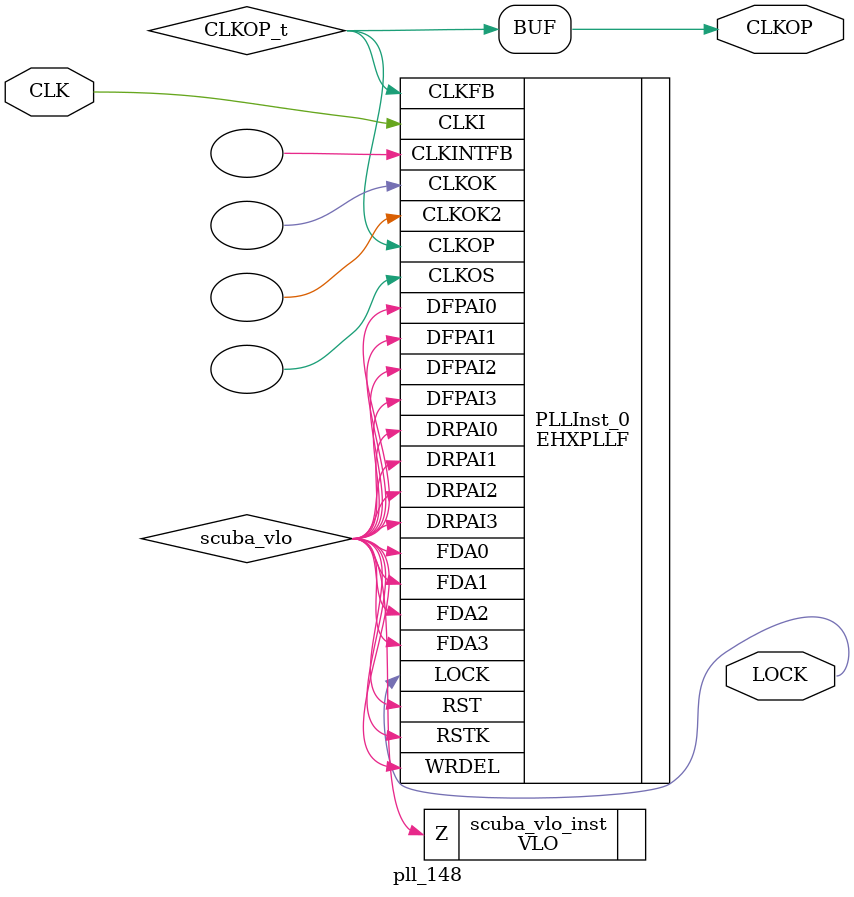
<source format=v>
/* Verilog netlist generated by SCUBA Diamond_1.3_Production (92) */
/* Module Version: 5.2 */
/* C:\lscc\diamond\1.3\ispfpga\bin\nt\scuba.exe -w -n pll_148 -lang verilog -synth synplify -arch ep5c00 -type pll -fin 27 -phase_cntl STATIC -fclkop 148.5 -fclkop_tol 0.0 -fb_mode CLOCKTREE -noclkos -noclkok -norst -noclkok2 -e  */
/* Mon Nov 28 09:38:50 2011 */


`timescale 1 ns / 1 ps
module pll_148 (CLK, CLKOP, LOCK)/* synthesis syn_noprune=1 */;// exemplar attribute pll_148 dont_touch true 
    input wire CLK;
    output wire CLKOP;
    output wire LOCK;

    wire CLKOP_t;
    wire scuba_vlo;

    VLO scuba_vlo_inst (.Z(scuba_vlo));

    defparam PLLInst_0.FEEDBK_PATH = "CLKOP" ;
    defparam PLLInst_0.CLKOK_BYPASS = "DISABLED" ;
    defparam PLLInst_0.CLKOS_BYPASS = "DISABLED" ;
    defparam PLLInst_0.CLKOP_BYPASS = "DISABLED" ;
    defparam PLLInst_0.CLKOK_INPUT = "CLKOP" ;
    defparam PLLInst_0.DELAY_PWD = "DISABLED" ;
    defparam PLLInst_0.DELAY_VAL = 0 ;
    defparam PLLInst_0.CLKOS_TRIM_DELAY = 0 ;
    defparam PLLInst_0.CLKOS_TRIM_POL = "RISING" ;
    defparam PLLInst_0.CLKOP_TRIM_DELAY = 0 ;
    defparam PLLInst_0.CLKOP_TRIM_POL = "RISING" ;
    defparam PLLInst_0.PHASE_DELAY_CNTL = "STATIC" ;
    defparam PLLInst_0.DUTY = 8 ;
    defparam PLLInst_0.PHASEADJ = "0.0" ;
    defparam PLLInst_0.CLKOK_DIV = 2 ;
    defparam PLLInst_0.CLKOP_DIV = 4 ;
    defparam PLLInst_0.CLKFB_DIV = 11 ;
    defparam PLLInst_0.CLKI_DIV = 2 ;
    defparam PLLInst_0.FIN = "27.000000" ;
    EHXPLLF PLLInst_0 (.CLKI(CLK), .CLKFB(CLKOP_t), .RST(scuba_vlo), .RSTK(scuba_vlo), 
        .WRDEL(scuba_vlo), .DRPAI3(scuba_vlo), .DRPAI2(scuba_vlo), .DRPAI1(scuba_vlo), 
        .DRPAI0(scuba_vlo), .DFPAI3(scuba_vlo), .DFPAI2(scuba_vlo), .DFPAI1(scuba_vlo), 
        .DFPAI0(scuba_vlo), .FDA3(scuba_vlo), .FDA2(scuba_vlo), .FDA1(scuba_vlo), 
        .FDA0(scuba_vlo), .CLKOP(CLKOP_t), .CLKOS(), .CLKOK(), .CLKOK2(), 
        .LOCK(LOCK), .CLKINTFB())
             /* synthesis FREQUENCY_PIN_CLKOP="148.500000" */
             /* synthesis FREQUENCY_PIN_CLKI="27.000000" */
             /* synthesis FREQUENCY_PIN_CLKOK="50.000000" */;

    assign CLKOP = CLKOP_t;


    // exemplar begin
    // exemplar attribute PLLInst_0 FREQUENCY_PIN_CLKOP 148.500000
    // exemplar attribute PLLInst_0 FREQUENCY_PIN_CLKI 27.000000
    // exemplar attribute PLLInst_0 FREQUENCY_PIN_CLKOK 50.000000
    // exemplar end

endmodule

</source>
